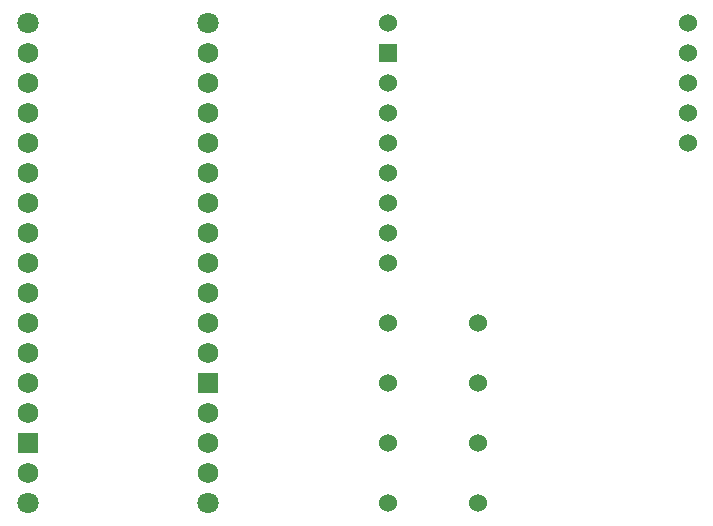
<source format=gbr>
%TF.GenerationSoftware,KiCad,Pcbnew,8.0.3-8.0.3-0~ubuntu22.04.1*%
%TF.CreationDate,2024-06-19T00:01:04-04:00*%
%TF.ProjectId,arduino-nano-esp32,61726475-696e-46f2-9d6e-616e6f2d6573,rev?*%
%TF.SameCoordinates,Original*%
%TF.FileFunction,Soldermask,Top*%
%TF.FilePolarity,Negative*%
%FSLAX46Y46*%
G04 Gerber Fmt 4.6, Leading zero omitted, Abs format (unit mm)*
G04 Created by KiCad (PCBNEW 8.0.3-8.0.3-0~ubuntu22.04.1) date 2024-06-19 00:01:04*
%MOMM*%
%LPD*%
G01*
G04 APERTURE LIST*
%ADD10C,1.524000*%
%ADD11R,1.524000X1.524000*%
%ADD12C,1.800000*%
%ADD13C,1.727200*%
%ADD14R,1.727200X1.727200*%
G04 APERTURE END LIST*
D10*
%TO.C,SW2*%
X132080000Y-104140000D03*
X132080000Y-99060000D03*
X139700000Y-104140000D03*
X139700000Y-99060000D03*
%TD*%
%TO.C,SW1*%
X132080000Y-114300000D03*
X132080000Y-109220000D03*
X139700000Y-114300000D03*
X139700000Y-109220000D03*
%TD*%
%TO.C,RFM95W1*%
X132080000Y-93980000D03*
X132080000Y-91440000D03*
X132080000Y-88900000D03*
X132080000Y-86360000D03*
X132080000Y-83820000D03*
X132080000Y-81280000D03*
X132080000Y-78740000D03*
D11*
X132080000Y-76200000D03*
D10*
X132080000Y-73660000D03*
X157480000Y-83820000D03*
X157480000Y-81280000D03*
X157480000Y-78740000D03*
X157480000Y-76200000D03*
X157480000Y-73660000D03*
%TD*%
D12*
%TO.C,A1*%
X116840000Y-73660000D03*
X101600000Y-114300000D03*
X101600000Y-73660000D03*
X116840000Y-114300000D03*
D13*
X101600000Y-78740000D03*
X101600000Y-104140000D03*
X101600000Y-83820000D03*
X101600000Y-86360000D03*
X101600000Y-88900000D03*
X101600000Y-91440000D03*
X101600000Y-93980000D03*
X101600000Y-96520000D03*
X101600000Y-99060000D03*
X101600000Y-101600000D03*
X101600000Y-81280000D03*
X101600000Y-106680000D03*
X116840000Y-109220000D03*
X116840000Y-111760000D03*
X116840000Y-101600000D03*
X116840000Y-99060000D03*
X116840000Y-96520000D03*
X116840000Y-93980000D03*
X116840000Y-91440000D03*
X116840000Y-88900000D03*
X116840000Y-86360000D03*
X116840000Y-83820000D03*
X116840000Y-81280000D03*
X116840000Y-78740000D03*
X116840000Y-76200000D03*
X101600000Y-76200000D03*
D14*
X116840000Y-104140000D03*
X101600000Y-109220000D03*
D13*
X116840000Y-106680000D03*
X101600000Y-111760000D03*
%TD*%
M02*

</source>
